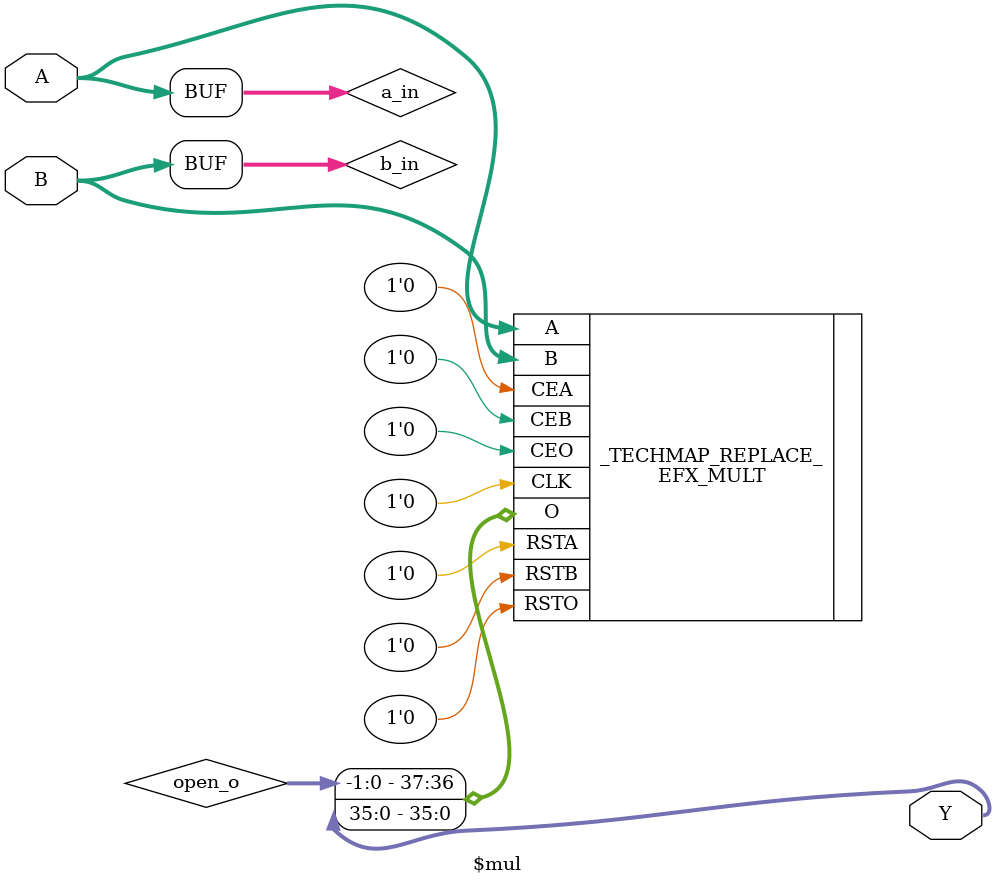
<source format=v>
(* techmap_celltype = "$__efx_mult" *)
module \$mul (Y, A, B);
  parameter A_SIGNED = 1;
  parameter A_WIDTH = 18;
  parameter B_SIGNED = 1;
  parameter B_WIDTH = 18;
  parameter Y_WIDTH = 36;

  localparam EFX_MULT_WIDTH = 18;

  input signed [A_WIDTH-1:0] A;
  input signed [B_WIDTH-1:0] B;
  output signed [Y_WIDTH-1:0] Y;

  wire _TECHMAP_FAIL_ = Y_WIDTH > (EFX_MULT_WIDTH * 2) || A_WIDTH > 18 || B_WIDTH > 18 || 
                        (A_WIDTH != B_WIDTH) || (A_SIGNED != B_SIGNED);

  localparam A_PAD_WIDTH = EFX_MULT_WIDTH - A_WIDTH;
  localparam B_PAD_WIDTH = EFX_MULT_WIDTH - B_WIDTH;
  localparam Y_PAD_WIDTH = EFX_MULT_WIDTH * 2 - Y_WIDTH;

  wire signed [Y_PAD_WIDTH-1:0] open_o;
  wire signed [EFX_MULT_WIDTH-1:0] a_in = {{A_PAD_WIDTH{1'b0}},{A}};
  wire signed [EFX_MULT_WIDTH-1:0] b_in = {{B_PAD_WIDTH{1'b0}},{B}};

  EFX_MULT #(
    .WIDTH(EFX_MULT_WIDTH),
    .A_REG(1'b0),
    .B_REG(1'b0),
    .O_REG(1'b0),
    .CLK_POLARITY(1'b1), // 0 falling edge, 1 rising edge
    .CEA_POLARITY(1'b1), // 0 negative, 1 positive
    .RSTA_POLARITY(1'b1), // 0 negative, 1 positive
    .RSTA_SYNC(1'b0), // 0 async, 1 sync
    .RSTA_VALUE(1'b0), // 0 reset, 1 set
    .CEB_POLARITY(1'b1), // 0 negative, 1 positive
    .RSTB_POLARITY(1'b1), // 0 negative, 1 positive
    .RSTB_SYNC(1'b0), // 0 async, 1 sync
    .RSTB_VALUE(1'b0), // 0 reset, 1 set
    .CEO_POLARITY(1'b1), // 0 negative, 1 positive
    .RSTO_POLARITY(1'b1), // 0 negative, 1 positive
    .RSTO_SYNC(1'b0), // 0 async, 1 sync
    .RSTO_VALUE(1'b0), // 0 reset, 1 set
    .SR_SYNC_PRIORITY(1'b1), // 0 CE, 1 SR
  ) _TECHMAP_REPLACE_ (
    .A(a_in),
    .B(b_in),
    .O({open_o, Y}),
    .CLK(1'b0),
    .CEA(1'b0),
    .RSTA(1'b0),
    .CEB(1'b0),
    .RSTB(1'b0),
    .CEO(1'b0),
    .RSTO(1'b0),
  );
endmodule

</source>
